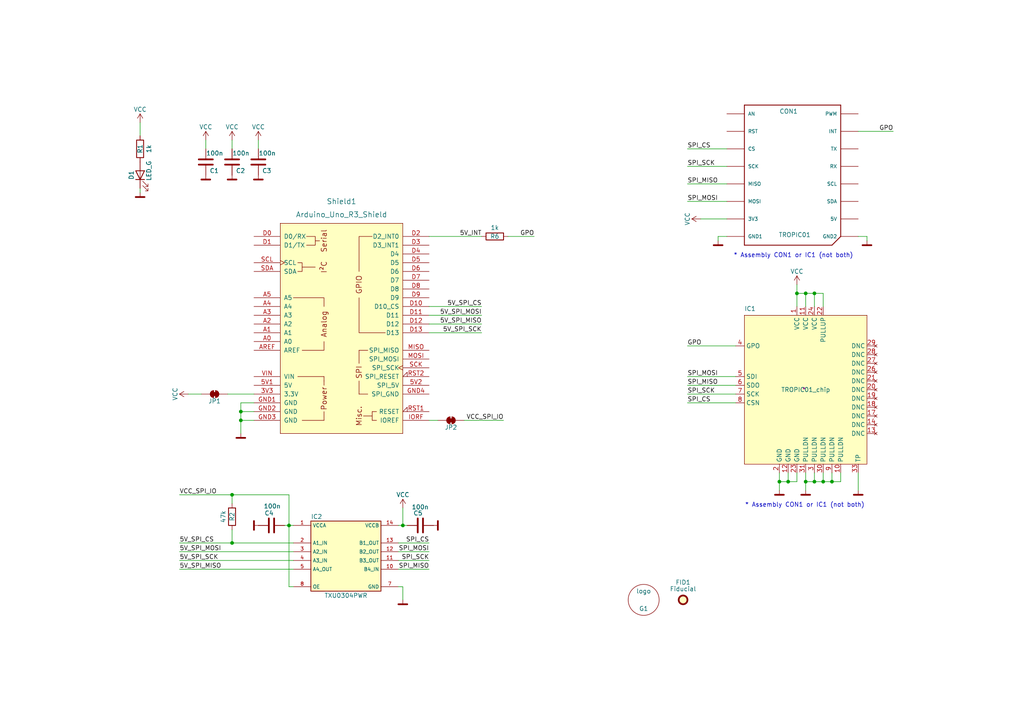
<source format=kicad_sch>
(kicad_sch (version 20250114) (generator "eeschema") (generator_version "9.0")
  (paper "A4")
  (title_block (title "TROPIC01 Arduino shield") (date "2025-02-19") (rev "TS1401"))
  (lib_symbols
    (symbol "Device:C" (pin_numbers (hide yes)) (pin_names (offset 0.254))
      (property "Reference" "C" (at 0.635 2.54 0))
      (property "Value" "C" (at 0.635 -2.54 0))
      (symbol "C_0_1"
        (polyline (pts (xy -2.032 0.762) (xy 2.032 0.762)) (stroke (width 0.508)))
        (polyline (pts (xy -2.032 -0.762) (xy 2.032 -0.762)) (stroke (width 0.508)))
      )
      (symbol "C_1_1"
        (pin passive line (at 0 3.81 270) (length 2.794) (name "~") (number "1"))
        (pin passive line (at 0 -3.81 90) (length 2.794) (name "~") (number "2"))
      )
    )
    (symbol "Device:LED" (pin_numbers (hide yes)) (pin_names (offset 1.016) (hide yes))
      (property "Reference" "D" (at 0 2.54 0))
      (property "Value" "LED" (at 0 -2.54 0))
      (symbol "LED_0_1"
        (polyline (pts (xy -3.048 -0.762) (xy -4.572 -2.286) (xy -3.81 -2.286) (xy -4.572 -2.286) (xy -4.572 -1.524)))
        (polyline (pts (xy -1.778 -0.762) (xy -3.302 -2.286) (xy -2.54 -2.286) (xy -3.302 -2.286) (xy -3.302 -1.524)))
        (polyline (pts (xy -1.27 0) (xy 1.27 0)))
        (polyline (pts (xy -1.27 -1.27) (xy -1.27 1.27)) (stroke (width 0.254)))
        (polyline (pts (xy 1.27 -1.27) (xy 1.27 1.27) (xy -1.27 0) (xy 1.27 -1.27)) (stroke (width 0.254)))
      )
      (symbol "LED_1_1"
        (pin passive line (at -3.81 0 0) (length 2.54) (name "K") (number "1"))
        (pin passive line (at 3.81 0 180) (length 2.54) (name "A") (number "2"))
      )
    )
    (symbol "Device:R" (pin_numbers (hide yes)) (pin_names (offset 0))
      (property "Reference" "R" (at 2.032 0 90))
      (property "Value" "R" (at 0 0 90))
      (symbol "R_0_1"
        (rectangle (start -1.016 -2.54) (end 1.016 2.54) (stroke (width 0.254)))
      )
      (symbol "R_1_1"
        (pin passive line (at 0 3.81 270) (length 1.27) (name "~") (number "1"))
        (pin passive line (at 0 -3.81 90) (length 1.27) (name "~") (number "2"))
      )
    )
    (symbol "Jumper:SolderJumper_2_Bridged" (pin_numbers (hide yes)) (pin_names (offset 0) (hide yes)) (exclude_from_sim yes) (in_bom no)
      (property "Reference" "JP" (at 0 2.032 0))
      (property "Value" "SolderJumper_2_Bridged" (at 0 -2.54 0))
      (symbol "SolderJumper_2_Bridged_0_1"
        (rectangle (start -0.508 0.508) (end 0.508 -0.508) (fill (type outline)))
        (polyline (pts (xy -0.254 1.016) (xy -0.254 -1.016)))
        (arc (start -0.254 -1.016) (mid -1.2656 0) (end -0.254 1.016))
        (arc (start -0.254 -1.016) (mid -1.2656 0) (end -0.254 1.016) (fill (type outline)))
        (arc (start 0.254 1.016) (mid 1.2656 0) (end 0.254 -1.016))
        (arc (start 0.254 1.016) (mid 1.2656 0) (end 0.254 -1.016) (fill (type outline)))
        (polyline (pts (xy 0.254 1.016) (xy 0.254 -1.016)))
      )
      (symbol "SolderJumper_2_Bridged_1_1"
        (pin passive line (at -3.81 0 0) (length 2.54) (name "A") (number "1"))
        (pin passive line (at 3.81 0 180) (length 2.54) (name "B") (number "2"))
      )
    )
    (symbol "Mechanical:Fiducial" (exclude_from_sim yes) (in_bom no)
      (property "Reference" "FID" (at 0 5.08 0))
      (property "Value" "Fiducial" (at 0 3.175 0))
      (symbol "Fiducial_0_1"
        (circle (center 0 0) (radius 1.27) (stroke (width 0.508)) (fill (type background)))
      )
    )
    (symbol "common:GND" (power) (pin_names (offset 0)) (in_bom no)
      (symbol "GND_0_1"
        (polyline (pts (xy -1.27 -1.27) (xy 1.27 -1.27)) (stroke (width 0.508)))
        (polyline (pts (xy 0 0) (xy 0 -1.27)))
      )
      (symbol "GND_1_1"
        (pin power_in line (at 0 0 270) (length 0) (hide yes) (name "GND") (number "1"))
      )
    )
    (symbol "common:VCC" (power) (pin_names (offset 0))
      (property "Value" "VCC" (at 0 3.81 0))
      (symbol "VCC_0_1"
        (polyline (pts (xy -0.762 1.27) (xy 0 2.54)))
        (polyline (pts (xy 0 2.54) (xy 0.762 1.27)))
        (polyline (pts (xy 0 0) (xy 0 2.54)))
      )
      (symbol "VCC_1_1"
        (pin power_in line (at 0 0 90) (length 0) (hide yes) (name "VCC") (number "1"))
      )
    )
    (symbol "ic_misc:TXU0304PWR"
      (property "Reference" "IC" (at -10.16 11.43 0))
      (property "Value" "TXU0304PWR" (at 0 -11.43 0))
      (symbol "TXU0304PWR_0_0"
        (rectangle (start -10.16 -10.16) (end 10.16 10.16) (stroke (width 0.254)) (fill (type background)))
        (pin power_in line (at -15.24 8.89 0) (length 5.08) (name "VCCA") (number "1"))
        (pin bidirectional line (at -15.24 3.81 0) (length 5.08) (name "A1_IN") (number "2"))
        (pin bidirectional line (at -15.24 1.27 0) (length 5.08) (name "A2_IN") (number "3"))
        (pin bidirectional line (at -15.24 -1.27 0) (length 5.08) (name "A3_IN") (number "4"))
        (pin bidirectional line (at -15.24 -3.81 0) (length 5.08) (name "A4_OUT") (number "5"))
        (pin input line (at -15.24 -8.89 0) (length 5.08) (name "OE") (number "8"))
        (pin power_in line (at 15.24 8.89 180) (length 5.08) (name "VCCB") (number "14"))
        (pin bidirectional line (at 15.24 3.81 180) (length 5.08) (name "B1_OUT") (number "13"))
        (pin bidirectional line (at 15.24 1.27 180) (length 5.08) (name "B2_OUT") (number "12"))
        (pin bidirectional line (at 15.24 -1.27 180) (length 5.08) (name "B3_OUT") (number "11"))
        (pin bidirectional line (at 15.24 -3.81 180) (length 5.08) (name "B4_IN") (number "10"))
        (pin power_in line (at 15.24 -8.89 180) (length 5.08) (name "GND") (number "7"))
      )
    )
    (symbol "mikroBUS:MIKROBUS_MODULE_CONN" (pin_numbers (hide yes)) (pin_names (offset 1.016))
      (property "Reference" "CON" (at 10.16 38.1 0))
      (property "Value" "MIKROBUS_MODULE_CONN" (at 2.54 3.81 0))
      (symbol "MIKROBUS_MODULE_CONN_0_0"
        (polyline (pts (xy 0 40.64) (xy 27.94 40.64)) (stroke (width 0.254)))
        (polyline (pts (xy 0 0) (xy 0 40.64)) (stroke (width 0.254)))
        (polyline (pts (xy 25.4 0) (xy 0 0)) (stroke (width 0.254)))
        (polyline (pts (xy 27.94 40.64) (xy 27.94 2.54)) (stroke (width 0.254)))
        (polyline (pts (xy 27.94 2.54) (xy 25.4 0)) (stroke (width 0.254)))
        (pin bidirectional line (at -5.08 38.1 0) (length 5.08) (name "AN") (number "P1"))
        (pin bidirectional line (at -5.08 33.02 0) (length 5.08) (name "RST") (number "P2"))
        (pin bidirectional line (at -5.08 27.94 0) (length 5.08) (name "CS") (number "P3"))
        (pin bidirectional line (at -5.08 22.86 0) (length 5.08) (name "SCK") (number "P4"))
        (pin bidirectional line (at -5.08 17.78 0) (length 5.08) (name "MISO") (number "P5"))
        (pin bidirectional line (at -5.08 12.7 0) (length 5.08) (name "MOSI") (number "P6"))
        (pin power_in line (at -5.08 7.62 0) (length 5.08) (name "3V3") (number "P7"))
        (pin bidirectional line (at -5.08 2.54 0) (length 5.08) (name "GND1") (number "P8"))
        (pin bidirectional line (at 33.02 38.1 180) (length 5.08) (name "PWM") (number "P16"))
        (pin bidirectional line (at 33.02 33.02 180) (length 5.08) (name "INT") (number "P15"))
        (pin bidirectional line (at 33.02 27.94 180) (length 5.08) (name "TX") (number "P14"))
        (pin bidirectional line (at 33.02 22.86 180) (length 5.08) (name "RX") (number "P13"))
        (pin bidirectional line (at 33.02 17.78 180) (length 5.08) (name "SCL") (number "P12"))
        (pin bidirectional line (at 33.02 12.7 180) (length 5.08) (name "SDA") (number "P11"))
        (pin power_in line (at 33.02 7.62 180) (length 5.08) (name "5V") (number "P10"))
        (pin bidirectional line (at 33.02 2.54 180) (length 5.08) (name "GND2") (number "P9"))
      )
    )
    (symbol "shields:Arduino_Uno_R3_Shield" (pin_names (offset 1.016))
      (property "Reference" "A" (at 0 36.83 0))
      (property "Value" "Arduino_Uno_R3_Shield" (at 0 33.02 0))
      (symbol "Arduino_Uno_R3_Shield_0_0"
        (rectangle (start -17.78 30.48) (end 17.78 -30.48) (fill (type background)))
        (polyline (pts (xy -12.7 19.05) (xy -11.43 19.05) (xy -11.43 16.51) (xy -12.7 16.51)))
        (rectangle (start -12.7 -13.97) (end -5.08 -13.97))
        (polyline (pts (xy -11.43 17.78) (xy -7.62 17.78)))
        (rectangle (start -11.43 -26.67) (end -5.08 -26.67))
        (polyline (pts (xy -10.16 26.67) (xy -7.62 26.67) (xy -7.62 24.13) (xy -10.16 24.13)))
        (polyline (pts (xy -7.62 25.4) (xy -6.35 25.4)))
        (polyline (pts (xy -5.08 6.35) (xy -5.08 8.89) (xy -13.97 8.89)))
        (polyline (pts (xy -5.08 -3.81) (xy -5.08 -6.35) (xy -11.43 -6.35)))
        (polyline (pts (xy -5.08 -13.97) (xy -5.08 -15.24)))
        (polyline (pts (xy -5.08 -15.24) (xy -5.08 -16.51)))
        (polyline (pts (xy -5.08 -26.67) (xy -5.08 -24.13)))
        (polyline (pts (xy 5.08 16.51) (xy 5.08 26.67) (xy 8.89 26.67)))
        (polyline (pts (xy 5.08 8.89) (xy 5.08 -1.27) (xy 12.7 -1.27)))
        (rectangle (start 5.08 -10.16) (end 5.08 -6.35))
        (rectangle (start 5.08 -19.05) (end 5.08 -15.24))
        (rectangle (start 5.08 -19.05) (end 7.62 -19.05))
        (rectangle (start 7.62 -6.35) (end 5.08 -6.35))
        (rectangle (start 8.89 -24.13) (end 8.89 -26.67))
        (rectangle (start 8.89 -25.4) (end 6.35 -25.4))
        (rectangle (start 10.16 -24.13) (end 8.89 -24.13))
        (rectangle (start 10.16 -26.67) (end 8.89 -26.67))
        (text "Serial" (at -5.08 25.4 900) (effects (font (size 1.524 1.524))))
        (text "I²C" (at -5.08 17.78 900) (effects (font (size 1.524 1.524))))
        (text "Analog" (at -5.08 1.27 900) (effects (font (size 1.524 1.524))))
        (text "Power" (at -5.08 -20.32 900) (effects (font (size 1.524 1.524))))
        (text "SPI" (at 5.08 -12.7 900) (effects (font (size 1.524 1.524))))
        (text "Misc." (at 5.08 -25.4 900) (effects (font (size 1.524 1.524))))
      )
      (symbol "Arduino_Uno_R3_Shield_1_0"
        (text "GPIO" (at 5.08 12.7 900) (effects (font (size 1.524 1.524))))
      )
      (symbol "Arduino_Uno_R3_Shield_1_1"
        (pin bidirectional line (at -25.4 26.67 0) (length 7.62) (name "D0/RX") (number "D0"))
        (pin bidirectional line (at -25.4 24.13 0) (length 7.62) (name "D1/TX") (number "D1"))
        (pin bidirectional clock (at -25.4 19.05 0) (length 7.62) (name "SCL") (number "SCL"))
        (pin bidirectional line (at -25.4 16.51 0) (length 7.62) (name "SDA") (number "SDA"))
        (pin bidirectional line (at -25.4 8.89 0) (length 7.62) (name "A5") (number "A5"))
        (pin bidirectional line (at -25.4 6.35 0) (length 7.62) (name "A4") (number "A4"))
        (pin bidirectional line (at -25.4 3.81 0) (length 7.62) (name "A3") (number "A3"))
        (pin bidirectional line (at -25.4 1.27 0) (length 7.62) (name "A2") (number "A2"))
        (pin bidirectional line (at -25.4 -1.27 0) (length 7.62) (name "A1") (number "A1"))
        (pin bidirectional line (at -25.4 -3.81 0) (length 7.62) (name "A0") (number "A0"))
        (pin input line (at -25.4 -6.35 0) (length 7.62) (name "AREF") (number "AREF"))
        (pin power_in line (at -25.4 -13.97 0) (length 7.62) (name "VIN") (number "VIN"))
        (pin power_in line (at -25.4 -16.51 0) (length 7.62) (name "5V") (number "5V1"))
        (pin power_out line (at -25.4 -19.05 0) (length 7.62) (name "3.3V") (number "3V3"))
        (pin power_in line (at -25.4 -21.59 0) (length 7.62) (name "GND") (number "GND1"))
        (pin power_in line (at -25.4 -24.13 0) (length 7.62) (name "GND") (number "GND2"))
        (pin power_in line (at -25.4 -26.67 0) (length 7.62) (name "GND") (number "GND3"))
        (pin bidirectional line (at 25.4 26.67 180) (length 7.62) (name "D2_INT0") (number "D2"))
        (pin bidirectional line (at 25.4 24.13 180) (length 7.62) (name "D3_INT1") (number "D3"))
        (pin bidirectional line (at 25.4 21.59 180) (length 7.62) (name "D4") (number "D4"))
        (pin bidirectional line (at 25.4 19.05 180) (length 7.62) (name "D5") (number "D5"))
        (pin bidirectional line (at 25.4 16.51 180) (length 7.62) (name "D6") (number "D6"))
        (pin bidirectional line (at 25.4 13.97 180) (length 7.62) (name "D7") (number "D7"))
        (pin bidirectional line (at 25.4 11.43 180) (length 7.62) (name "D8") (number "D8"))
        (pin bidirectional line (at 25.4 8.89 180) (length 7.62) (name "D9") (number "D9"))
        (pin bidirectional line (at 25.4 6.35 180) (length 7.62) (name "D10_CS") (number "D10"))
        (pin bidirectional line (at 25.4 3.81 180) (length 7.62) (name "D11") (number "D11"))
        (pin bidirectional line (at 25.4 1.27 180) (length 7.62) (name "D12") (number "D12"))
        (pin bidirectional line (at 25.4 -1.27 180) (length 7.62) (name "D13") (number "D13"))
        (pin input line (at 25.4 -6.35 180) (length 7.62) (name "SPI_MISO") (number "MISO"))
        (pin output line (at 25.4 -8.89 180) (length 7.62) (name "SPI_MOSI") (number "MOSI"))
        (pin output clock (at 25.4 -11.43 180) (length 7.62) (name "SPI_SCK") (number "SCK"))
        (pin open_collector input_low (at 25.4 -13.97 180) (length 7.62) (name "SPI_RESET") (number "RST2"))
        (pin power_in line (at 25.4 -16.51 180) (length 7.62) (name "SPI_5V") (number "5V2"))
        (pin power_in line (at 25.4 -19.05 180) (length 7.62) (name "SPI_GND") (number "GND4"))
        (pin open_collector input_low (at 25.4 -24.13 180) (length 7.62) (name "RESET") (number "RST1"))
        (pin output line (at 25.4 -26.67 180) (length 7.62) (name "IOREF") (number "IORF"))
      )
    )
    (symbol "tropicsquare:TROPIC01_chip_pub"
      (property "Reference" "IC" (at -17.78 23.495 0))
      (property "Value" "TROPIC01_chip" (at 0 0 0))
      (symbol "TROPIC01_chip_pub_0_1"
        (rectangle (start -17.78 21.59) (end 17.78 -21.59) (stroke (width 0.1524)) (fill (type background)))
      )
      (symbol "TROPIC01_chip_pub_1_1"
        (pin output line (at -20.32 12.7 0) (length 2.54) (name "GPO") (number "4"))
        (pin input line (at -20.32 3.81 0) (length 2.54) (name "SDI") (number "5"))
        (pin output line (at -20.32 1.27 0) (length 2.54) (name "SDO") (number "6"))
        (pin input line (at -20.32 -1.27 0) (length 2.54) (name "SCK") (number "7"))
        (pin input line (at -20.32 -3.81 0) (length 2.54) (name "CSN") (number "8"))
        (pin power_in line (at -7.62 -24.13 90) (length 2.54) (name "GND") (number "2"))
        (pin power_in line (at -5.08 -24.13 90) (length 2.54) (name "GND") (number "12"))
        (pin power_in line (at -2.54 24.13 270) (length 2.54) (name "VCC") (number "1"))
        (pin power_in line (at -2.54 -24.13 90) (length 2.54) (name "GND") (number "23"))
        (pin power_in line (at 0 24.13 270) (length 2.54) (name "VCC") (number "11"))
        (pin input line (at 0 -24.13 90) (length 2.54) (name "PULLDN") (number "31"))
        (pin power_in line (at 2.54 24.13 270) (length 2.54) (name "VCC") (number "24"))
        (pin input line (at 2.54 -24.13 90) (length 2.54) (name "PULLDN") (number "3"))
        (pin input line (at 5.08 24.13 270) (length 2.54) (name "PULLUP") (number "22"))
        (pin input line (at 5.08 -24.13 90) (length 2.54) (name "PULLDN") (number "30"))
        (pin input line (at 7.62 -24.13 90) (length 2.54) (name "PULLDN") (number "9"))
        (pin input line (at 10.16 -24.13 90) (length 2.54) (name "PULLDN") (number "10"))
        (pin passive line (at 15.24 -24.13 90) (length 2.54) (name "TP") (number "33"))
        (pin no_connect line (at 20.32 12.7 180) (length 2.54) (name "DNC") (number "29"))
        (pin no_connect line (at 20.32 10.16 180) (length 2.54) (name "DNC") (number "28"))
        (pin no_connect line (at 20.32 7.62 180) (length 2.54) (name "DNC") (number "27"))
        (pin no_connect line (at 20.32 5.08 180) (length 2.54) (name "DNC") (number "26"))
        (pin no_connect line (at 20.32 2.54 180) (length 2.54) (name "DNC") (number "21"))
        (pin no_connect line (at 20.32 0 180) (length 2.54) (name "DNC") (number "20"))
        (pin no_connect line (at 20.32 -2.54 180) (length 2.54) (name "DNC") (number "19"))
        (pin no_connect line (at 20.32 -5.08 180) (length 2.54) (name "DNC") (number "18"))
        (pin no_connect line (at 20.32 -7.62 180) (length 2.54) (name "DNC") (number "17"))
        (pin no_connect line (at 20.32 -10.16 180) (length 2.54) (name "DNC") (number "14"))
        (pin no_connect line (at 20.32 -12.7 180) (length 2.54) (name "DNC") (number "13"))
      )
    )
    (symbol "tropicsquare:logo" (pin_numbers (hide yes)) (pin_names (offset 0) (hide yes)) (in_bom no)
      (property "Reference" "G" (at 0 -2.54 0))
      (property "Value" "logo" (at 0 2.54 0))
      (symbol "logo_0_1"
        (circle (center 0 0) (radius 4.4901) (stroke (width 0.1524)))
      )
    )
  )
  (text "* Assembly CON1 or IC1 (not both)" (at 230.124 74.168 0) (effects (font (size 1.27 1.27))))
  (text "* Assembly CON1 or IC1 (not both)" (at 233.426 146.558 0) (effects (font (size 1.27 1.27))))
  (junction (at 116.84 152.4))
  (junction (at 233.68 85.09))
  (junction (at 236.22 139.7))
  (junction (at 67.31 157.48))
  (junction (at 236.22 85.09))
  (junction (at 231.14 85.09))
  (junction (at 226.06 139.7))
  (junction (at 238.76 139.7))
  (junction (at 228.6 139.7))
  (junction (at 241.3 139.7))
  (junction (at 69.85 119.38))
  (junction (at 83.82 152.4))
  (junction (at 69.85 121.92))
  (junction (at 67.31 143.51))
  (junction (at 233.68 139.7))
  (wire (pts (xy 210.82 53.34) (xy 199.39 53.34)))
  (wire (pts (xy 69.85 116.84) (xy 69.85 119.38)))
  (wire (pts (xy 228.6 137.16) (xy 228.6 139.7)))
  (wire (pts (xy 199.39 109.22) (xy 213.36 109.22)))
  (wire (pts (xy 67.31 143.51) (xy 67.31 146.05)))
  (wire (pts (xy 66.04 114.3) (xy 73.66 114.3)))
  (wire (pts (xy 238.76 139.7) (xy 236.22 139.7)))
  (wire (pts (xy 59.69 40.64) (xy 59.69 43.18)))
  (wire (pts (xy 231.14 82.55) (xy 231.14 85.09)))
  (wire (pts (xy 238.76 137.16) (xy 238.76 139.7)))
  (wire (pts (xy 199.39 100.33) (xy 213.36 100.33)))
  (wire (pts (xy 116.84 147.32) (xy 116.84 152.4)))
  (wire (pts (xy 236.22 137.16) (xy 236.22 139.7)))
  (wire (pts (xy 115.57 170.18) (xy 116.84 170.18)))
  (wire (pts (xy 67.31 40.64) (xy 67.31 43.18)))
  (wire (pts (xy 233.68 85.09) (xy 236.22 85.09)))
  (wire (pts (xy 208.28 69.85) (xy 208.28 68.58)))
  (wire (pts (xy 115.57 157.48) (xy 124.46 157.48)))
  (wire (pts (xy 236.22 85.09) (xy 236.22 88.9)))
  (wire (pts (xy 248.92 38.1) (xy 259.08 38.1)))
  (wire (pts (xy 226.06 139.7) (xy 226.06 142.24)))
  (wire (pts (xy 226.06 137.16) (xy 226.06 139.7)))
  (wire (pts (xy 73.66 116.84) (xy 69.85 116.84)))
  (wire (pts (xy 115.57 160.02) (xy 124.46 160.02)))
  (wire (pts (xy 241.3 137.16) (xy 241.3 139.7)))
  (wire (pts (xy 52.07 157.48) (xy 67.31 157.48)))
  (wire (pts (xy 236.22 85.09) (xy 238.76 85.09)))
  (wire (pts (xy 83.82 152.4) (xy 83.82 170.18)))
  (wire (pts (xy 233.68 137.16) (xy 233.68 139.7)))
  (wire (pts (xy 203.2 63.5) (xy 210.82 63.5)))
  (wire (pts (xy 124.46 88.9) (xy 139.7 88.9)))
  (wire (pts (xy 243.84 137.16) (xy 243.84 139.7)))
  (wire (pts (xy 52.07 165.1) (xy 85.09 165.1)))
  (wire (pts (xy 116.84 173.99) (xy 116.84 170.18)))
  (wire (pts (xy 40.64 54.61) (xy 40.64 55.88)))
  (wire (pts (xy 134.62 121.92) (xy 146.05 121.92)))
  (wire (pts (xy 231.14 85.09) (xy 231.14 88.9)))
  (wire (pts (xy 67.31 157.48) (xy 85.09 157.48)))
  (wire (pts (xy 147.32 68.58) (xy 154.94 68.58)))
  (wire (pts (xy 69.85 121.92) (xy 73.66 121.92)))
  (wire (pts (xy 199.39 116.84) (xy 213.36 116.84)))
  (wire (pts (xy 83.82 143.51) (xy 67.31 143.51)))
  (wire (pts (xy 233.68 139.7) (xy 233.68 142.24)))
  (wire (pts (xy 67.31 143.51) (xy 52.07 143.51)))
  (wire (pts (xy 199.39 114.3) (xy 213.36 114.3)))
  (wire (pts (xy 124.46 68.58) (xy 139.7 68.58)))
  (wire (pts (xy 210.82 48.26) (xy 199.39 48.26)))
  (wire (pts (xy 83.82 170.18) (xy 85.09 170.18)))
  (wire (pts (xy 199.39 111.76) (xy 213.36 111.76)))
  (wire (pts (xy 208.28 68.58) (xy 210.82 68.58)))
  (wire (pts (xy 74.93 40.64) (xy 74.93 43.18)))
  (wire (pts (xy 69.85 119.38) (xy 69.85 121.92)))
  (wire (pts (xy 233.68 85.09) (xy 233.68 88.9)))
  (wire (pts (xy 231.14 85.09) (xy 233.68 85.09)))
  (wire (pts (xy 115.57 162.56) (xy 124.46 162.56)))
  (wire (pts (xy 116.84 152.4) (xy 118.11 152.4)))
  (wire (pts (xy 115.57 152.4) (xy 116.84 152.4)))
  (wire (pts (xy 251.46 68.58) (xy 251.46 69.85)))
  (wire (pts (xy 52.07 160.02) (xy 85.09 160.02)))
  (wire (pts (xy 40.64 35.56) (xy 40.64 39.37)))
  (wire (pts (xy 248.92 137.16) (xy 248.92 142.24)))
  (wire (pts (xy 124.46 91.44) (xy 139.7 91.44)))
  (wire (pts (xy 210.82 43.18) (xy 199.39 43.18)))
  (wire (pts (xy 238.76 85.09) (xy 238.76 88.9)))
  (wire (pts (xy 69.85 121.92) (xy 69.85 125.73)))
  (wire (pts (xy 67.31 153.67) (xy 67.31 157.48)))
  (wire (pts (xy 83.82 152.4) (xy 85.09 152.4)))
  (wire (pts (xy 248.92 68.58) (xy 251.46 68.58)))
  (wire (pts (xy 241.3 139.7) (xy 238.76 139.7)))
  (wire (pts (xy 124.46 96.52) (xy 139.7 96.52)))
  (wire (pts (xy 115.57 165.1) (xy 124.46 165.1)))
  (wire (pts (xy 231.14 139.7) (xy 228.6 139.7)))
  (wire (pts (xy 243.84 139.7) (xy 241.3 139.7)))
  (wire (pts (xy 210.82 58.42) (xy 199.39 58.42)))
  (wire (pts (xy 54.61 114.3) (xy 58.42 114.3)))
  (wire (pts (xy 231.14 137.16) (xy 231.14 139.7)))
  (wire (pts (xy 228.6 139.7) (xy 226.06 139.7)))
  (wire (pts (xy 52.07 162.56) (xy 85.09 162.56)))
  (wire (pts (xy 236.22 139.7) (xy 233.68 139.7)))
  (wire (pts (xy 83.82 152.4) (xy 83.82 143.51)))
  (wire (pts (xy 124.46 93.98) (xy 139.7 93.98)))
  (wire (pts (xy 124.46 121.92) (xy 127 121.92)))
  (wire (pts (xy 82.55 152.4) (xy 83.82 152.4)))
  (wire (pts (xy 69.85 119.38) (xy 73.66 119.38)))
  (label "GPO" (at 199.39 100.33 0))
  (label "5V_SPI_MISO" (at 52.07 165.1 0))
  (label "VCC_SPI_IO" (at 146.05 121.92 180))
  (label "5V_SPI_MOSI" (at 139.7 91.44 180))
  (label "SPI_CS" (at 124.46 157.48 180))
  (label "5V_SPI_SCK" (at 139.7 96.52 180))
  (label "5V_INT" (at 139.7 68.58 180))
  (label "5V_SPI_CS" (at 139.7 88.9 180))
  (label "SPI_MISO" (at 124.46 165.1 180))
  (label "SPI_MOSI" (at 199.39 109.22 0))
  (label "VCC_SPI_IO" (at 52.07 143.51 0))
  (label "SPI_CS" (at 199.39 116.84 0))
  (label "5V_SPI_CS" (at 52.07 157.48 0))
  (label "SPI_MOSI" (at 199.39 58.42 0))
  (label "SPI_MISO" (at 199.39 53.34 0))
  (label "SPI_SCK" (at 124.46 162.56 180))
  (label "SPI_CS" (at 199.39 43.18 0))
  (label "SPI_MISO" (at 199.39 111.76 0))
  (label "5V_SPI_MOSI" (at 52.07 160.02 0))
  (label "SPI_SCK" (at 199.39 114.3 0))
  (label "GPO" (at 259.08 38.1 180))
  (label "SPI_MOSI" (at 124.46 160.02 180))
  (label "5V_SPI_SCK" (at 52.07 162.56 0))
  (label "5V_SPI_MISO" (at 139.7 93.98 180))
  (label "GPO" (at 154.94 68.58 180))
  (label "SPI_SCK" (at 199.39 48.26 0))
  (symbol (lib_id "common:GND") (at 74.93 50.8 0) (unit 1) (in_bom no)
    (property "Reference" "#PWR05" (effects (hide yes)))
    (property "Value" "GND" (effects (hide yes)))
  )
  (symbol (lib_id "common:VCC") (at 59.69 40.64 0) (unit 1)
    (property "Reference" "#PWR018" (effects (hide yes)))
    (property "Value" "VCC" (at 59.69 36.83 0))
  )
  (symbol (lib_id "Device:C") (at 59.69 46.99 180) (unit 1)
    (property "Reference" "C1" (at 63.5 49.53 0) (effects (justify left)))
    (property "Value" "100n" (at 64.77 44.45 0) (effects (justify left)))
    (property "Footprint" "Capacitor_SMD:C_0805_2012Metric_Pad1.18x1.45mm_HandSolder" (effects (hide yes)))
    (property "OC_MOUSER" "187-CL21B104KBFNNNE" (effects (hide yes)))
  )
  (symbol (lib_id "common:VCC") (at 40.64 35.56 0) (unit 1)
    (property "Reference" "#PWR06" (effects (hide yes)))
    (property "Value" "VCC" (at 40.64 31.75 0))
  )
  (symbol (lib_id "tropicsquare:TROPIC01_chip_pub") (at 233.68 113.03 0) (unit 1)
    (property "Reference" "IC1" (at 215.9 89.535 0) (effects (justify left)))
    (property "Value" "TROPIC01_chip" (at 233.68 113.03 0))
    (property "Footprint" "tropic01_chip:QFN-32-1EP_4x4mm_P0.4mm_EP2.65x2.65mm" (effects (hide yes)))
    (property "Description" "Cryptographic coprocessor and MAC" (effects (hide yes)))
    (property "OC_MOUSER" "* " (at 233.68 113.03 0))
  )
  (symbol (lib_id "common:GND") (at 74.93 152.4 270) (unit 1) (in_bom no)
    (property "Reference" "#PWR022" (effects (hide yes)))
    (property "Value" "GND" (effects (hide yes)))
  )
  (symbol (lib_id "Device:C") (at 78.74 152.4 270) (unit 1)
    (property "Reference" "C4" (at 76.708 148.844 90) (effects (justify left)))
    (property "Value" "100n" (at 76.454 146.812 90) (effects (justify left)))
    (property "Footprint" "Capacitor_SMD:C_0805_2012Metric_Pad1.18x1.45mm_HandSolder" (effects (hide yes)))
    (property "OC_MOUSER" "187-CL21B104KBFNNNE" (effects (hide yes)))
  )
  (symbol (lib_id "common:GND") (at 69.85 125.73 0) (mirror y) (unit 1) (in_bom no)
    (property "Reference" "#PWR010" (effects (hide yes)))
    (property "Value" "GND" (effects (hide yes)))
  )
  (symbol (lib_id "common:VCC") (at 231.14 82.55 0) (unit 1)
    (property "Reference" "#PWR014" (effects (hide yes)))
    (property "Value" "VCC" (at 231.14 78.74 0))
  )
  (symbol (lib_id "common:GND") (at 208.28 69.85 0) (unit 1) (in_bom no)
    (property "Reference" "#PWR012" (effects (hide yes)))
    (property "Value" "GND" (effects (hide yes)))
  )
  (symbol (lib_id "common:VCC") (at 54.61 114.3 90) (unit 1)
    (property "Reference" "#PWR011" (effects (hide yes)))
    (property "Value" "VCC" (at 50.8 114.3 0))
  )
  (symbol (lib_id "ic_misc:TXU0304PWR") (at 100.33 161.29 0) (unit 1)
    (property "Reference" "IC2" (at 90.17 149.86 0) (effects (justify left)))
    (property "Value" "TXU0304PWR" (at 100.33 172.72 0))
    (property "Footprint" "Package_SO:TSSOP-14_4.4x5mm_P0.65mm" (effects (hide yes)))
    (property "Datasheet" "https://gmmultimedia.cz/datasheet/txu0104.pdf" (effects (hide yes)))
    (property "OC_MOUSER" "595-TXU0304PWR" (effects (hide yes)))
  )
  (symbol (lib_id "common:VCC") (at 203.2 63.5 90) (unit 1)
    (property "Reference" "#PWR02" (effects (hide yes)))
    (property "Value" "VCC" (at 199.39 63.5 0))
  )
  (symbol (lib_id "Device:R") (at 67.31 149.86 180) (unit 1)
    (property "Reference" "R2" (at 67.31 149.86 90))
    (property "Value" "47k" (at 64.77 149.86 90))
    (property "Footprint" "Resistor_SMD:R_0805_2012Metric_Pad1.20x1.40mm_HandSolder" (effects (hide yes)))
    (property "OC_MOUSER" "603-RC0805JR-0747KL" (effects (hide yes)))
  )
  (symbol (lib_id "common:VCC") (at 67.31 40.64 0) (unit 1)
    (property "Reference" "#PWR019" (effects (hide yes)))
    (property "Value" "VCC" (at 67.31 36.83 0))
  )
  (symbol (lib_id "tropicsquare:logo") (at 186.69 173.99 0) (unit 1) (in_bom no)
    (property "Reference" "G1" (at 186.69 176.53 0))
    (property "Value" "logo" (at 186.69 171.45 0))
    (property "Footprint" "ts_logo:tropicsquare_logo" (effects (hide yes)))
  )
  (symbol (lib_id "shields:Arduino_Uno_R3_Shield") (at 99.06 95.25 0) (unit 1)
    (property "Reference" "Shield1" (at 99.06 58.42 0) (effects (font (size 1.524 1.524))))
    (property "Value" "Arduino_Uno_R3_Shield" (at 99.06 62.23 0) (effects (font (size 1.524 1.524))))
    (property "Footprint" "shields:Arduino_Uno_R3_Shield" (effects (hide yes)))
    (property "Datasheet" "https://docs.arduino.cc/hardware/uno-rev3" (effects (hide yes)))
    (property "Description" "Shield for Arduino Uno R3" (effects (hide yes)))
    (property "OC_MOUSER" " 474-PRT-11417 (set of 4 connectors)" (effects (hide yes)))
  )
  (symbol (lib_id "common:GND") (at 248.92 142.24 0) (mirror y) (unit 1) (in_bom no)
    (property "Reference" "#PWR017" (effects (hide yes)))
    (property "Value" "GND" (effects (hide yes)))
  )
  (symbol (lib_id "Device:R") (at 40.64 43.18 180) (unit 1)
    (property "Reference" "R1" (at 40.64 43.18 90))
    (property "Value" "1k" (at 43.18 43.18 90))
    (property "Footprint" "Resistor_SMD:R_0805_2012Metric_Pad1.20x1.40mm_HandSolder" (effects (hide yes)))
    (property "OC_MOUSER" "603-RC0805JR-071KL" (effects (hide yes)))
  )
  (symbol (lib_id "common:GND") (at 67.31 50.8 0) (unit 1) (in_bom no)
    (property "Reference" "#PWR04" (effects (hide yes)))
    (property "Value" "GND" (effects (hide yes)))
  )
  (symbol (lib_id "common:GND") (at 251.46 69.85 0) (unit 1) (in_bom no)
    (property "Reference" "#PWR013" (effects (hide yes)))
    (property "Value" "GND" (effects (hide yes)))
  )
  (symbol (lib_id "common:VCC") (at 74.93 40.64 0) (unit 1)
    (property "Reference" "#PWR020" (effects (hide yes)))
    (property "Value" "VCC" (at 74.93 36.83 0))
  )
  (symbol (lib_id "Jumper:SolderJumper_2_Bridged") (at 62.23 114.3 180) (unit 1) (exclude_from_sim yes) (in_bom no)
    (property "Reference" "JP1" (at 62.23 116.332 0))
    (property "Value" "SolderJumper_2_Bridged" (effects (hide yes)))
    (property "Footprint" "_mechanical:SolderJumper-2_P1.3mm_Bridged" (effects (hide yes)))
    (property "Description" "Solder Jumper, 2-pole, closed/bridged" (effects (hide yes)))
  )
  (symbol (lib_id "Device:C") (at 67.31 46.99 180) (unit 1)
    (property "Reference" "C2" (at 71.12 49.53 0) (effects (justify left)))
    (property "Value" "100n" (at 72.39 44.45 0) (effects (justify left)))
    (property "Footprint" "Capacitor_SMD:C_0805_2012Metric_Pad1.18x1.45mm_HandSolder" (effects (hide yes)))
    (property "OC_MOUSER" "187-CL21B104KBFNNNE" (effects (hide yes)))
  )
  (symbol (lib_id "Mechanical:Fiducial") (at 198.12 173.99 0) (unit 1) (exclude_from_sim yes) (in_bom no)
    (property "Reference" "FID1" (at 198.12 168.91 0))
    (property "Value" "Fiducial" (at 198.12 170.815 0))
    (property "Footprint" "Fiducial:Fiducial_0.5mm_Mask1mm" (effects (hide yes)))
    (property "Description" "Fiducial Marker" (effects (hide yes)))
  )
  (symbol (lib_id "Device:C") (at 74.93 46.99 180) (unit 1)
    (property "Reference" "C3" (at 78.74 49.53 0) (effects (justify left)))
    (property "Value" "100n" (at 80.01 44.45 0) (effects (justify left)))
    (property "Footprint" "Capacitor_SMD:C_0805_2012Metric_Pad1.18x1.45mm_HandSolder" (effects (hide yes)))
    (property "OC_MOUSER" "187-CL21B104KBFNNNE" (effects (hide yes)))
  )
  (symbol (lib_id "common:GND") (at 116.84 173.99 0) (unit 1) (in_bom no)
    (property "Reference" "#PWR024" (effects (hide yes)))
    (property "Value" "GND" (effects (hide yes)))
  )
  (symbol (lib_id "Device:C") (at 121.92 152.4 270) (unit 1)
    (property "Reference" "C5" (at 119.888 148.844 90) (effects (justify left)))
    (property "Value" "100n" (at 119.38 147.066 90) (effects (justify left)))
    (property "Footprint" "Capacitor_SMD:C_0805_2012Metric_Pad1.18x1.45mm_HandSolder" (effects (hide yes)))
    (property "OC_MOUSER" "187-CL21B104KBFNNNE" (effects (hide yes)))
  )
  (symbol (lib_id "common:GND") (at 40.64 55.88 0) (unit 1) (in_bom no)
    (property "Reference" "#PWR01" (effects (hide yes)))
    (property "Value" "GND" (effects (hide yes)))
  )
  (symbol (lib_id "common:GND") (at 226.06 142.24 0) (mirror y) (unit 1) (in_bom no)
    (property "Reference" "#PWR015" (effects (hide yes)))
    (property "Value" "GND" (effects (hide yes)))
  )
  (symbol (lib_id "common:VCC") (at 116.84 147.32 0) (unit 1)
    (property "Reference" "#PWR021" (effects (hide yes)))
    (property "Value" "VCC" (at 116.84 143.51 0))
  )
  (symbol (lib_id "common:GND") (at 233.68 142.24 0) (mirror y) (unit 1) (in_bom no)
    (property "Reference" "#PWR016" (effects (hide yes)))
    (property "Value" "GND" (effects (hide yes)))
  )
  (symbol (lib_id "Device:LED") (at 40.64 50.8 90) (unit 1)
    (property "Reference" "D1" (at 38.1 50.8 0))
    (property "Value" "LED_G" (at 43.18 49.53 0))
    (property "Footprint" "LED_SMD:LED_0805_2012Metric" (effects (hide yes)))
    (property "OC_MOUSER" "710-150080GS75000" (effects (hide yes)))
  )
  (symbol (lib_id "Device:R") (at 143.51 68.58 270) (unit 1)
    (property "Reference" "R6" (at 143.51 68.58 90))
    (property "Value" "1k" (at 143.51 66.04 90))
    (property "Footprint" "Resistor_SMD:R_0805_2012Metric_Pad1.20x1.40mm_HandSolder" (effects (hide yes)))
    (property "OC_MOUSER" "603-RC0805JR-071KL" (effects (hide yes)))
  )
  (symbol (lib_id "Jumper:SolderJumper_2_Bridged") (at 130.81 121.92 180) (unit 1) (exclude_from_sim yes) (in_bom no)
    (property "Reference" "JP2" (at 130.81 123.952 0))
    (property "Value" "SolderJumper_2_Bridged" (effects (hide yes)))
    (property "Footprint" "_mechanical:SolderJumper-2_P1.3mm_Bridged" (effects (hide yes)))
    (property "Description" "Solder Jumper, 2-pole, closed/bridged" (effects (hide yes)))
  )
  (symbol (lib_id "common:GND") (at 125.73 152.4 90) (unit 1) (in_bom no)
    (property "Reference" "#PWR023" (effects (hide yes)))
    (property "Value" "GND" (effects (hide yes)))
  )
  (symbol (lib_id "mikroBUS:MIKROBUS_MODULE_CONN") (at 215.9 71.12 0) (unit 1)
    (property "Reference" "CON1" (at 226.06 33.02 0) (effects (justify left bottom)))
    (property "Value" "TROPIC01" (at 225.806 68.834 0) (effects (justify left bottom)))
    (property "Footprint" "ts_mikrobus:TROPIC01_mikrobus" (effects (hide yes)))
    (property "Description" "MikroBUS module connector" (effects (hide yes)))
    (property "OC_MOUSER" "* 932-MIKROE-4247" (effects (hide yes)))
  )
  (symbol (lib_id "common:GND") (at 59.69 50.8 0) (unit 1) (in_bom no)
    (property "Reference" "#PWR03" (effects (hide yes)))
    (property "Value" "GND" (effects (hide yes)))
  )
)
</source>
